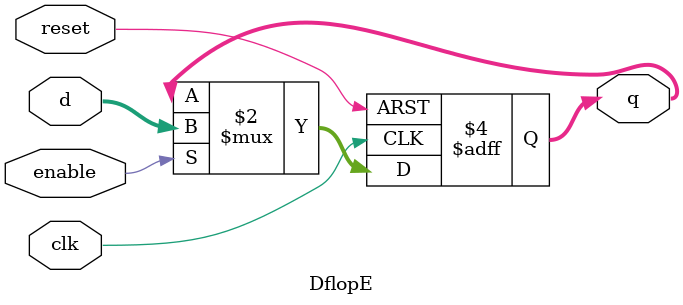
<source format=v>
`timescale 1ns / 1ps


module DflopE #(parameter WIDTH = 8)(
    input clk, 
    input reset, 
    input enable, 
    input [WIDTH-1:0] d, 
    output reg [WIDTH-1:0] q
);
    
always @(posedge clk ,  posedge reset)
begin
    if (reset) 
        q <= 0; 
    else if (enable) 
        q <= d; 
end

endmodule
</source>
